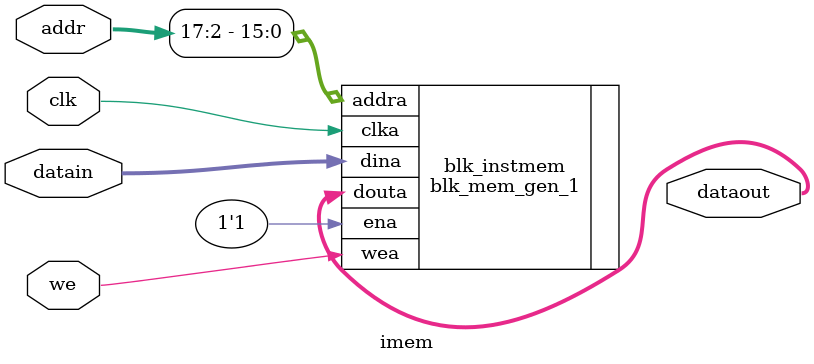
<source format=v>
`timescale 1ns / 1ps


module imem(
    input clk,
    input [31:0] addr,
    input [31:0] datain,
    input we,
    output [31:0] dataout
    );
    blk_mem_gen_1 blk_instmem(.addra(addr[17:2]), .clka(clk), .douta(dataout), .dina(datain), .ena(1'b1), .wea(we));
endmodule

</source>
